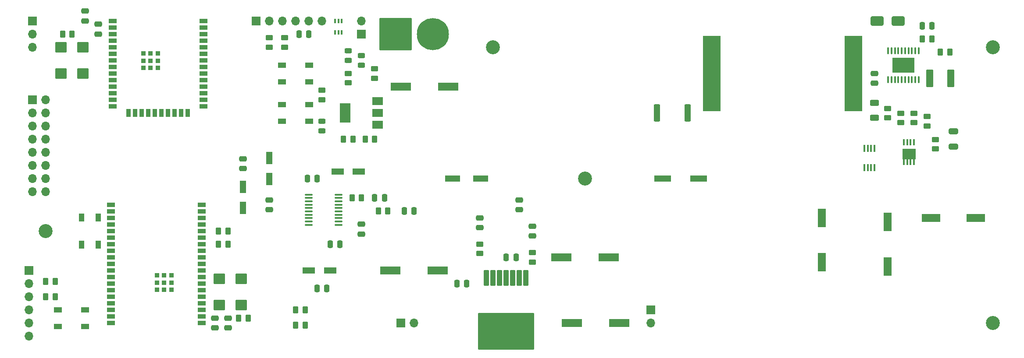
<source format=gbr>
%TF.GenerationSoftware,KiCad,Pcbnew,7.0.10*%
%TF.CreationDate,2024-02-28T12:35:52-05:00*%
%TF.ProjectId,PCB_Main_Sandbox,5043425f-4d61-4696-9e5f-53616e64626f,rev?*%
%TF.SameCoordinates,Original*%
%TF.FileFunction,Soldermask,Top*%
%TF.FilePolarity,Negative*%
%FSLAX46Y46*%
G04 Gerber Fmt 4.6, Leading zero omitted, Abs format (unit mm)*
G04 Created by KiCad (PCBNEW 7.0.10) date 2024-02-28 12:35:52*
%MOMM*%
%LPD*%
G01*
G04 APERTURE LIST*
G04 Aperture macros list*
%AMRoundRect*
0 Rectangle with rounded corners*
0 $1 Rounding radius*
0 $2 $3 $4 $5 $6 $7 $8 $9 X,Y pos of 4 corners*
0 Add a 4 corners polygon primitive as box body*
4,1,4,$2,$3,$4,$5,$6,$7,$8,$9,$2,$3,0*
0 Add four circle primitives for the rounded corners*
1,1,$1+$1,$2,$3*
1,1,$1+$1,$4,$5*
1,1,$1+$1,$6,$7*
1,1,$1+$1,$8,$9*
0 Add four rect primitives between the rounded corners*
20,1,$1+$1,$2,$3,$4,$5,0*
20,1,$1+$1,$4,$5,$6,$7,0*
20,1,$1+$1,$6,$7,$8,$9,0*
20,1,$1+$1,$8,$9,$2,$3,0*%
G04 Aperture macros list end*
%ADD10R,1.700000X1.700000*%
%ADD11O,1.700000X1.700000*%
%ADD12R,2.997200X1.193800*%
%ADD13RoundRect,0.250000X-0.362500X-1.425000X0.362500X-1.425000X0.362500X1.425000X-0.362500X1.425000X0*%
%ADD14R,0.304800X1.294801*%
%ADD15R,2.500000X2.000000*%
%ADD16RoundRect,0.250000X0.450000X-0.262500X0.450000X0.262500X-0.450000X0.262500X-0.450000X-0.262500X0*%
%ADD17RoundRect,0.250000X0.625000X-0.312500X0.625000X0.312500X-0.625000X0.312500X-0.625000X-0.312500X0*%
%ADD18C,2.700000*%
%ADD19R,3.911600X1.498600*%
%ADD20R,1.500000X0.900000*%
%ADD21R,0.900000X1.500000*%
%ADD22R,0.900000X0.900000*%
%ADD23RoundRect,0.250000X0.262500X0.450000X-0.262500X0.450000X-0.262500X-0.450000X0.262500X-0.450000X0*%
%ADD24RoundRect,0.250000X-0.450000X0.262500X-0.450000X-0.262500X0.450000X-0.262500X0.450000X0.262500X0*%
%ADD25R,1.549400X0.990600*%
%ADD26RoundRect,0.250000X0.475000X-0.250000X0.475000X0.250000X-0.475000X0.250000X-0.475000X-0.250000X0*%
%ADD27C,6.204000*%
%ADD28RoundRect,0.102000X-3.000000X-3.000000X3.000000X-3.000000X3.000000X3.000000X-3.000000X3.000000X0*%
%ADD29RoundRect,0.102000X0.445000X1.395000X-0.445000X1.395000X-0.445000X-1.395000X0.445000X-1.395000X0*%
%ADD30RoundRect,0.102000X5.290000X3.420000X-5.290000X3.420000X-5.290000X-3.420000X5.290000X-3.420000X0*%
%ADD31RoundRect,0.250000X0.250000X0.475000X-0.250000X0.475000X-0.250000X-0.475000X0.250000X-0.475000X0*%
%ADD32RoundRect,0.243750X0.456250X-0.243750X0.456250X0.243750X-0.456250X0.243750X-0.456250X-0.243750X0*%
%ADD33RoundRect,0.250000X-0.475000X0.250000X-0.475000X-0.250000X0.475000X-0.250000X0.475000X0.250000X0*%
%ADD34R,0.439998X1.389999*%
%ADD35R,0.439998X1.389998*%
%ADD36RoundRect,0.250000X-0.262500X-0.450000X0.262500X-0.450000X0.262500X0.450000X-0.262500X0.450000X0*%
%ADD37RoundRect,0.243750X-0.456250X0.243750X-0.456250X-0.243750X0.456250X-0.243750X0.456250X0.243750X0*%
%ADD38RoundRect,0.102000X-1.000000X-0.900000X1.000000X-0.900000X1.000000X0.900000X-1.000000X0.900000X0*%
%ADD39RoundRect,0.250000X-1.000000X-0.650000X1.000000X-0.650000X1.000000X0.650000X-1.000000X0.650000X0*%
%ADD40R,3.302000X1.219200*%
%ADD41R,1.498600X3.606800*%
%ADD42R,0.355600X0.876300*%
%ADD43RoundRect,0.250000X0.650000X-0.325000X0.650000X0.325000X-0.650000X0.325000X-0.650000X-0.325000X0*%
%ADD44R,0.990600X1.549400*%
%ADD45RoundRect,0.250000X-0.250000X-0.475000X0.250000X-0.475000X0.250000X0.475000X-0.250000X0.475000X0*%
%ADD46RoundRect,0.102000X1.000000X0.900000X-1.000000X0.900000X-1.000000X-0.900000X1.000000X-0.900000X0*%
%ADD47R,1.168400X2.413000*%
%ADD48RoundRect,0.100000X0.637500X0.100000X-0.637500X0.100000X-0.637500X-0.100000X0.637500X-0.100000X0*%
%ADD49R,3.606800X1.498600*%
%ADD50R,2.413000X1.168400*%
%ADD51R,2.000000X1.500000*%
%ADD52R,2.000000X3.800000*%
%ADD53O,0.349999X1.400000*%
%ADD54R,4.199999X2.999999*%
%ADD55R,3.352800X14.554200*%
%ADD56RoundRect,0.249999X0.450001X1.450001X-0.450001X1.450001X-0.450001X-1.450001X0.450001X-1.450001X0*%
G04 APERTURE END LIST*
D10*
%TO.C,Boot2WROOM1*%
X121920000Y-12700000D03*
D11*
X124460000Y-12700000D03*
X127000000Y-12700000D03*
X129540000Y-12700000D03*
X132080000Y-12700000D03*
X134620000Y-12700000D03*
%TD*%
D10*
%TO.C,Boot2ROVER1*%
X78025000Y-60960000D03*
D11*
X78025000Y-63500000D03*
X78025000Y-66040000D03*
X78025000Y-68580000D03*
X78025000Y-71120000D03*
X78025000Y-73660000D03*
%TD*%
D12*
%TO.C,Cb1*%
X165265100Y-43180000D03*
X159854900Y-43180000D03*
%TD*%
D13*
%TO.C,Rsense1*%
X199259600Y-30480000D03*
X205184600Y-30480000D03*
%TD*%
D14*
%TO.C,M2*%
X248917099Y-36207401D03*
X248267101Y-36207401D03*
X247617099Y-36207401D03*
X246967101Y-36207401D03*
X246967101Y-40000000D03*
X247617099Y-40000000D03*
X248267101Y-40000000D03*
X248917099Y-40000000D03*
D15*
X247942100Y-38431000D03*
%TD*%
D16*
%TO.C,R11*%
X124460000Y-17780000D03*
X124460000Y-15955000D03*
%TD*%
D17*
%TO.C,Rvin1*%
X241300000Y-31460001D03*
X241300000Y-28535001D03*
%TD*%
D18*
%TO.C,H5*%
X264160000Y-71120000D03*
%TD*%
D19*
%TO.C,C3b1*%
X182880000Y-71120000D03*
X191973200Y-71120000D03*
%TD*%
D20*
%TO.C,U2*%
X94260000Y-12700000D03*
X94260000Y-13970000D03*
X94260000Y-15240000D03*
X94260000Y-16510000D03*
X94260000Y-17780000D03*
X94260000Y-19050000D03*
X94260000Y-20320000D03*
X94260000Y-21590000D03*
X94260000Y-22860000D03*
X94260000Y-24130000D03*
X94260000Y-25400000D03*
X94260000Y-26670000D03*
X94260000Y-27940000D03*
X94260000Y-29210000D03*
D21*
X97290000Y-30460000D03*
X98560000Y-30460000D03*
X99830000Y-30460000D03*
X101100000Y-30460000D03*
X102370000Y-30460000D03*
X103640000Y-30460000D03*
X104910000Y-30460000D03*
X106180000Y-30460000D03*
X107450000Y-30460000D03*
X108720000Y-30460000D03*
D20*
X111760000Y-29210000D03*
X111760000Y-27940000D03*
X111760000Y-26670000D03*
X111760000Y-25400000D03*
X111760000Y-24130000D03*
X111760000Y-22860000D03*
X111760000Y-21590000D03*
X111760000Y-20320000D03*
X111760000Y-19050000D03*
X111760000Y-17780000D03*
X111760000Y-16510000D03*
X111760000Y-15240000D03*
X111760000Y-13970000D03*
X111760000Y-12700000D03*
D22*
X100110000Y-19020000D03*
X100110000Y-19020000D03*
X100110000Y-20420000D03*
X100110000Y-21820000D03*
X100110000Y-21820000D03*
X101510000Y-19020000D03*
X101510000Y-20420000D03*
X101510000Y-21820000D03*
X101510000Y-21820000D03*
X102910000Y-19020000D03*
X102910000Y-20420000D03*
X102910000Y-21820000D03*
%TD*%
D23*
%TO.C,R18*%
X116470000Y-53340000D03*
X114645000Y-53340000D03*
%TD*%
D24*
%TO.C,R21*%
X139700000Y-22860000D03*
X139700000Y-24685000D03*
%TD*%
D19*
%TO.C,C0R1*%
X156946600Y-60960000D03*
X147853400Y-60960000D03*
%TD*%
D18*
%TO.C,H4*%
X185420000Y-43180000D03*
%TD*%
D25*
%TO.C,SW1*%
X132165001Y-24459999D03*
X126914999Y-24459999D03*
X132165001Y-21260001D03*
X126914999Y-21260001D03*
%TD*%
D10*
%TO.C,J5*%
X198120000Y-68580000D03*
D11*
X198120000Y-71120000D03*
%TD*%
D10*
%TO.C,J4*%
X142240000Y-15240000D03*
D11*
X142240000Y-12700000D03*
%TD*%
D26*
%TO.C,C7*%
X88900000Y-12700000D03*
X88900000Y-10800000D03*
%TD*%
D25*
%TO.C,SW4*%
X83649998Y-68580000D03*
X88900000Y-68580000D03*
X83649998Y-71779998D03*
X88900000Y-71779998D03*
%TD*%
D24*
%TO.C,Rfbb1*%
X253087500Y-35627501D03*
X253087500Y-37452501D03*
%TD*%
D16*
%TO.C,Ruvt1*%
X243840000Y-31460001D03*
X243840000Y-29635001D03*
%TD*%
D27*
%TO.C,J2*%
X156000000Y-15240000D03*
D28*
X148800000Y-15240000D03*
%TD*%
D29*
%TO.C,U6*%
X173990000Y-62390000D03*
X172720000Y-62390000D03*
X171450000Y-62390000D03*
X170180000Y-62390000D03*
X168910000Y-62390000D03*
X167640000Y-62390000D03*
X166370000Y-62390000D03*
D30*
X170180000Y-72740000D03*
%TD*%
D24*
%TO.C,R1*%
X144780000Y-21947500D03*
X144780000Y-23772500D03*
%TD*%
D26*
%TO.C,C22*%
X124460000Y-49210000D03*
X124460000Y-47310000D03*
%TD*%
D23*
%TO.C,R19*%
X116470000Y-55880000D03*
X114645000Y-55880000D03*
%TD*%
D19*
%TO.C,C6*%
X149860000Y-25400000D03*
X158953200Y-25400000D03*
%TD*%
D31*
%TO.C,Csc1*%
X172080000Y-58420000D03*
X170180000Y-58420000D03*
%TD*%
D10*
%TO.C,LightSensorConnector1*%
X78740000Y-12700000D03*
D11*
X78740000Y-15240000D03*
X78740000Y-17780000D03*
%TD*%
D24*
%TO.C,Ruvb1*%
X246380000Y-30547501D03*
X246380000Y-32372501D03*
%TD*%
D26*
%TO.C,CsnL1*%
X175260000Y-54290000D03*
X175260000Y-52390000D03*
%TD*%
D32*
%TO.C,D7*%
X139700000Y-20320000D03*
X139700000Y-18445000D03*
%TD*%
D33*
%TO.C,C17*%
X113930000Y-70170000D03*
X113930000Y-72070000D03*
%TD*%
D34*
%TO.C,M1*%
X239349999Y-41046999D03*
X240000000Y-41046999D03*
X240649999Y-41046999D03*
X241300000Y-41046999D03*
X241300000Y-37356999D03*
X240650002Y-37356999D03*
X240000000Y-37356999D03*
D35*
X239350002Y-37356999D03*
%TD*%
D16*
%TO.C,RsnL1*%
X175260000Y-59332500D03*
X175260000Y-57507500D03*
%TD*%
D31*
%TO.C,C26*%
X138110000Y-55880000D03*
X136210000Y-55880000D03*
%TD*%
D23*
%TO.C,R2*%
X86360000Y-15240000D03*
X84535000Y-15240000D03*
%TD*%
D18*
%TO.C,H1*%
X264160000Y-17780000D03*
%TD*%
D36*
%TO.C,Rslope1*%
X250547500Y-16220001D03*
X252372500Y-16220001D03*
%TD*%
D37*
%TO.C,D6*%
X134620000Y-32082500D03*
X134620000Y-33957500D03*
%TD*%
D38*
%TO.C,Y1*%
X84260000Y-17780000D03*
X84260000Y-22860000D03*
X88460000Y-22860000D03*
X88460000Y-17780000D03*
%TD*%
D39*
%TO.C,Dbst1*%
X241840000Y-12700000D03*
X245840000Y-12700000D03*
%TD*%
D36*
%TO.C,R23*%
X140415000Y-46960000D03*
X142240000Y-46960000D03*
%TD*%
D26*
%TO.C,C23*%
X119380000Y-41264800D03*
X119380000Y-39364800D03*
%TD*%
D10*
%TO.C,J6*%
X149860000Y-71120000D03*
D11*
X152400000Y-71120000D03*
%TD*%
D40*
%TO.C,Cin1*%
X200393300Y-43180000D03*
X207302100Y-43180000D03*
%TD*%
D41*
%TO.C,Cout3*%
X243840000Y-60185300D03*
X243840000Y-51574700D03*
%TD*%
D33*
%TO.C,C15*%
X116470000Y-70170000D03*
X116470000Y-72070000D03*
%TD*%
D10*
%TO.C,J3*%
X78740000Y-27940000D03*
D11*
X81280000Y-27940000D03*
X78740000Y-30480000D03*
X81280000Y-30480000D03*
X78740000Y-33020000D03*
X81280000Y-33020000D03*
X78740000Y-35560000D03*
X81280000Y-35560000D03*
X78740000Y-38100000D03*
X81280000Y-38100000D03*
X78740000Y-40640000D03*
X81280000Y-40640000D03*
X78740000Y-43180000D03*
X81280000Y-43180000D03*
X78740000Y-45720000D03*
X81280000Y-45720000D03*
%TD*%
D42*
%TO.C,Q3*%
X137160000Y-14922500D03*
X137809986Y-14922500D03*
X138459972Y-14922500D03*
X138459972Y-12700000D03*
X137809986Y-12700000D03*
X137160000Y-12700000D03*
%TD*%
D31*
%TO.C,C25*%
X133675000Y-43180000D03*
X131775000Y-43180000D03*
%TD*%
D36*
%TO.C,Rcomp1*%
X254000000Y-18760001D03*
X255825000Y-18760001D03*
%TD*%
%TO.C,R17*%
X142955000Y-35560000D03*
X144780000Y-35560000D03*
%TD*%
D43*
%TO.C,Coutx1*%
X256540000Y-37035000D03*
X256540000Y-34085000D03*
%TD*%
D16*
%TO.C,Rfbt1*%
X251460000Y-33020000D03*
X251460000Y-31195000D03*
%TD*%
D44*
%TO.C,SW3*%
X91440000Y-50714999D03*
X91440000Y-55965001D03*
X88240002Y-50714999D03*
X88240002Y-55965001D03*
%TD*%
D45*
%TO.C,C31*%
X144780000Y-46960000D03*
X146680000Y-46960000D03*
%TD*%
D26*
%TO.C,Cvin1*%
X241300000Y-24760000D03*
X241300000Y-22860000D03*
%TD*%
D36*
%TO.C,R24*%
X129540000Y-68580000D03*
X131365000Y-68580000D03*
%TD*%
D46*
%TO.C,Y2*%
X119010000Y-67630000D03*
X119010000Y-62550000D03*
X114810000Y-62550000D03*
X114810000Y-67630000D03*
%TD*%
D47*
%TO.C,C21*%
X124460000Y-39207400D03*
X124460000Y-43322200D03*
%TD*%
D16*
%TO.C,R12*%
X127410000Y-17780000D03*
X127410000Y-15955000D03*
%TD*%
D23*
%TO.C,R37*%
X83105000Y-66040000D03*
X81280000Y-66040000D03*
%TD*%
D16*
%TO.C,RsnR1*%
X165100000Y-57705000D03*
X165100000Y-55880000D03*
%TD*%
D19*
%TO.C,C0L1*%
X180873400Y-58420000D03*
X189966600Y-58420000D03*
%TD*%
D48*
%TO.C,U7*%
X137805000Y-52160000D03*
X137805000Y-51510000D03*
X137805000Y-50860000D03*
X137805000Y-50210000D03*
X137805000Y-49560000D03*
X137805000Y-48910000D03*
X137805000Y-48260000D03*
X137805000Y-47610000D03*
X137805000Y-46960000D03*
X137805000Y-46310000D03*
X132080000Y-46310000D03*
X132080000Y-46960000D03*
X132080000Y-47610000D03*
X132080000Y-48260000D03*
X132080000Y-48910000D03*
X132080000Y-49560000D03*
X132080000Y-50210000D03*
X132080000Y-50860000D03*
X132080000Y-51510000D03*
X132080000Y-52160000D03*
%TD*%
D49*
%TO.C,Cout2*%
X260845300Y-50800000D03*
X252234700Y-50800000D03*
%TD*%
D50*
%TO.C,C28*%
X132080000Y-60960000D03*
X136194800Y-60960000D03*
%TD*%
D18*
%TO.C,H2*%
X167640000Y-17780000D03*
%TD*%
D51*
%TO.C,U3*%
X145390000Y-32780000D03*
X145390000Y-30480000D03*
D52*
X139090000Y-30480000D03*
D51*
X145390000Y-28180000D03*
%TD*%
D45*
%TO.C,CiR1*%
X160660000Y-63500000D03*
X162560000Y-63500000D03*
%TD*%
D53*
%TO.C,U4*%
X243955002Y-24100000D03*
X244605003Y-24100000D03*
X245255001Y-24100000D03*
X245905003Y-24100000D03*
X246555001Y-24100000D03*
X247205003Y-24100000D03*
X247855001Y-24100000D03*
X248505003Y-24100000D03*
X249155001Y-24100000D03*
X249805002Y-24100000D03*
X249805002Y-18500002D03*
X249155001Y-18500002D03*
X248505003Y-18500002D03*
X247855001Y-18500002D03*
X247205003Y-18500002D03*
X246555001Y-18500002D03*
X245905003Y-18500002D03*
X245255001Y-18500002D03*
X244605003Y-18500002D03*
X243955002Y-18500002D03*
D54*
X246880002Y-21300001D03*
%TD*%
D26*
%TO.C,CsnR2*%
X165100000Y-52700000D03*
X165100000Y-50800000D03*
%TD*%
D31*
%TO.C,C27*%
X135570000Y-64450000D03*
X133670000Y-64450000D03*
%TD*%
D26*
%TO.C,C24*%
X142240000Y-53940000D03*
X142240000Y-52040000D03*
%TD*%
D33*
%TO.C,CiL1*%
X172720000Y-47310000D03*
X172720000Y-49210000D03*
%TD*%
D26*
%TO.C,C9*%
X91440000Y-15240000D03*
X91440000Y-13340000D03*
%TD*%
D45*
%TO.C,Cres1*%
X250510000Y-13680001D03*
X252410000Y-13680001D03*
%TD*%
D55*
%TO.C,L1*%
X209842100Y-22860000D03*
X237197900Y-22860000D03*
%TD*%
D24*
%TO.C,Rt1*%
X248920000Y-30547501D03*
X248920000Y-32372501D03*
%TD*%
D45*
%TO.C,C30*%
X150500000Y-49500000D03*
X152400000Y-49500000D03*
%TD*%
D32*
%TO.C,D1*%
X142240000Y-21257500D03*
X142240000Y-19382500D03*
%TD*%
D36*
%TO.C,R22*%
X145495000Y-49500000D03*
X147320000Y-49500000D03*
%TD*%
%TO.C,TH1*%
X138787500Y-35560000D03*
X140612500Y-35560000D03*
%TD*%
D56*
%TO.C,Ccomp1*%
X256050000Y-23840001D03*
X251950000Y-23840001D03*
%TD*%
D25*
%TO.C,SW2*%
X132165001Y-32079999D03*
X126914999Y-32079999D03*
X132165001Y-28880001D03*
X126914999Y-28880001D03*
%TD*%
D47*
%TO.C,C20*%
X119380000Y-48884800D03*
X119380000Y-44770000D03*
%TD*%
D23*
%TO.C,R36*%
X83105000Y-63090000D03*
X81280000Y-63090000D03*
%TD*%
D36*
%TO.C,R3*%
X118537500Y-70170000D03*
X120362500Y-70170000D03*
%TD*%
D20*
%TO.C,U5*%
X111390000Y-71120000D03*
X111390000Y-69850000D03*
X111390000Y-68580000D03*
X111390000Y-67310000D03*
X111390000Y-66040000D03*
X111390000Y-64770000D03*
X111390000Y-63500000D03*
X111390000Y-62230000D03*
X111390000Y-60960000D03*
X111390000Y-59690000D03*
X111390000Y-58420000D03*
X111390000Y-57150000D03*
X111390000Y-55880000D03*
X111390000Y-54610000D03*
X111390000Y-53340000D03*
X111390000Y-52070000D03*
X111390000Y-50800000D03*
X111390000Y-49530000D03*
X111390000Y-48260000D03*
X93890000Y-48260000D03*
X93890000Y-49530000D03*
X93890000Y-50800000D03*
X93890000Y-52070000D03*
X93890000Y-53340000D03*
X93890000Y-54610000D03*
X93890000Y-55880000D03*
X93890000Y-57150000D03*
X93890000Y-58420000D03*
X93890000Y-59690000D03*
X93890000Y-60960000D03*
X93890000Y-62230000D03*
X93890000Y-63500000D03*
X93890000Y-64770000D03*
X93890000Y-66040000D03*
X93890000Y-67310000D03*
X93890000Y-68580000D03*
X93890000Y-69850000D03*
X93890000Y-71120000D03*
D22*
X105545000Y-64725000D03*
X105540000Y-63325000D03*
X105540000Y-61925000D03*
X104140000Y-64725000D03*
X104140000Y-63325000D03*
X104140000Y-61925000D03*
X102740000Y-64725000D03*
X102740000Y-63325000D03*
X102740000Y-61925000D03*
%TD*%
D16*
%TO.C,R16*%
X134620000Y-27940000D03*
X134620000Y-26115000D03*
%TD*%
D50*
%TO.C,C29*%
X141757400Y-41880000D03*
X137642600Y-41880000D03*
%TD*%
D41*
%TO.C,Cout1*%
X231140000Y-59410600D03*
X231140000Y-50800000D03*
%TD*%
D36*
%TO.C,R25*%
X129540000Y-71530000D03*
X131365000Y-71530000D03*
%TD*%
D45*
%TO.C,CsnR1*%
X130180000Y-15240000D03*
X132080000Y-15240000D03*
%TD*%
D18*
%TO.C,H3*%
X81280000Y-53340000D03*
%TD*%
M02*

</source>
